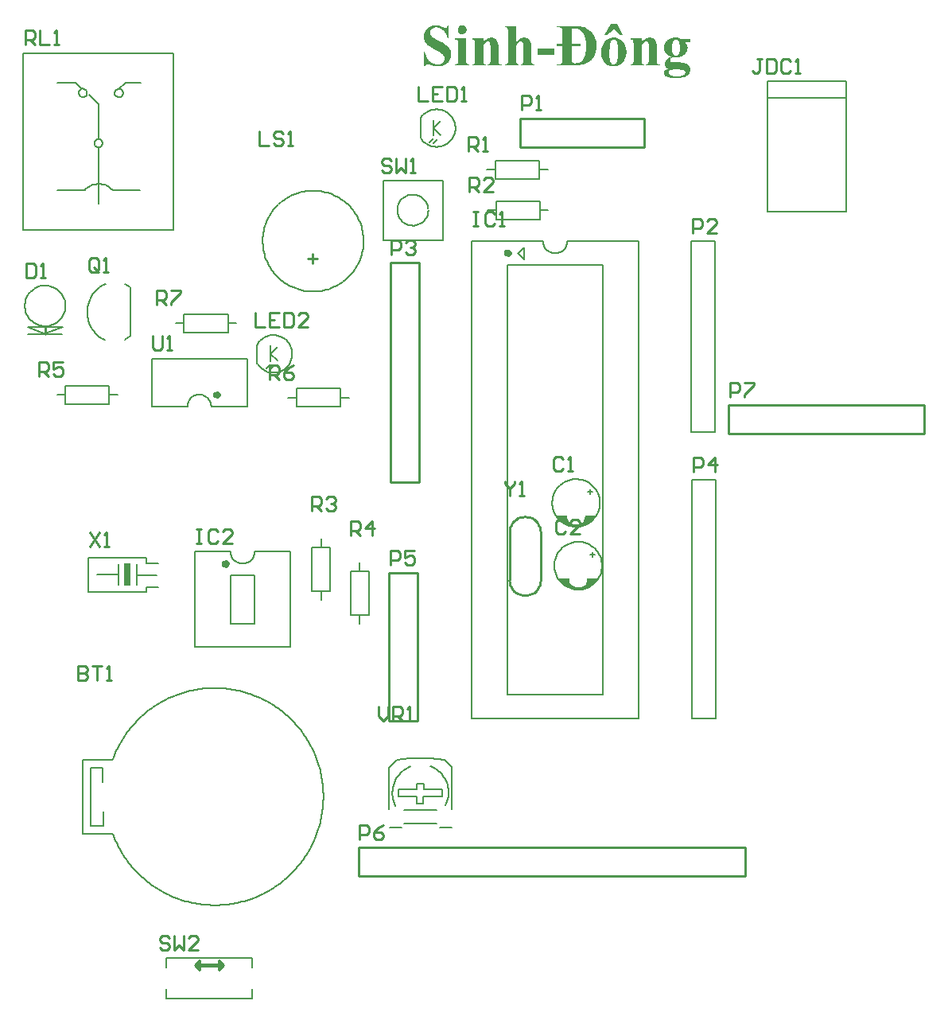
<source format=gto>
G04 Layer_Color=65535*
%FSLAX44Y44*%
%MOMM*%
G71*
G01*
G75*
%ADD37C,0.1778*%
%ADD38C,0.2032*%
%ADD39C,0.3810*%
%ADD40C,0.1780*%
%ADD41C,0.2540*%
%ADD42C,0.2000*%
%ADD43R,0.7366X2.3368*%
G36*
X707418Y1083764D02*
X708307Y1083559D01*
X709400Y1083354D01*
X710562Y1083013D01*
X711793Y1082534D01*
X713023Y1081851D01*
X713091D01*
X713160Y1081782D01*
X713570Y1081509D01*
X714117Y1081031D01*
X714868Y1080415D01*
X715620Y1079663D01*
X716441Y1078707D01*
X717261Y1077613D01*
X717944Y1076314D01*
Y1076246D01*
X718013Y1076178D01*
X718081Y1075972D01*
X718218Y1075699D01*
X718491Y1074947D01*
X718833Y1073990D01*
X719106Y1072828D01*
X719380Y1071530D01*
X719585Y1070094D01*
X719653Y1068522D01*
Y1068454D01*
Y1068249D01*
Y1067907D01*
X719585Y1067497D01*
Y1066950D01*
X719516Y1066335D01*
X719380Y1065651D01*
X719243Y1064968D01*
X718901Y1063327D01*
X718354Y1061619D01*
X717534Y1059910D01*
X717056Y1059090D01*
X716509Y1058269D01*
X716441Y1058201D01*
X716304Y1058064D01*
X716099Y1057791D01*
X715825Y1057518D01*
X715415Y1057107D01*
X715005Y1056697D01*
X714458Y1056219D01*
X713775Y1055809D01*
X713091Y1055330D01*
X712339Y1054852D01*
X711451Y1054442D01*
X710562Y1054032D01*
X709537Y1053758D01*
X708443Y1053485D01*
X707350Y1053348D01*
X706119Y1053280D01*
X705504D01*
X705026Y1053348D01*
X704479Y1053417D01*
X703864Y1053553D01*
X703180Y1053690D01*
X702429Y1053827D01*
X700856Y1054373D01*
X699968Y1054715D01*
X699148Y1055194D01*
X698327Y1055672D01*
X697576Y1056287D01*
X696824Y1056971D01*
X696140Y1057791D01*
X696072Y1057859D01*
X696003Y1057996D01*
X695798Y1058269D01*
X695593Y1058611D01*
X695320Y1059021D01*
X695046Y1059568D01*
X694705Y1060183D01*
X694431Y1060867D01*
X694090Y1061550D01*
X693748Y1062371D01*
X693201Y1064216D01*
X692791Y1066198D01*
X692723Y1067292D01*
X692654Y1068385D01*
Y1068454D01*
Y1068659D01*
Y1069001D01*
X692723Y1069411D01*
X692791Y1069958D01*
X692859Y1070573D01*
X692928Y1071325D01*
X693133Y1072076D01*
X693543Y1073785D01*
X694158Y1075562D01*
X694568Y1076519D01*
X695046Y1077408D01*
X695593Y1078296D01*
X696208Y1079185D01*
X696277Y1079253D01*
X696345Y1079390D01*
X696550Y1079595D01*
X696892Y1079937D01*
X697234Y1080279D01*
X697644Y1080689D01*
X698191Y1081099D01*
X698806Y1081509D01*
X699421Y1081919D01*
X700173Y1082398D01*
X700993Y1082739D01*
X701882Y1083081D01*
X702839Y1083423D01*
X703795Y1083628D01*
X704889Y1083764D01*
X706051Y1083833D01*
X706666D01*
X707418Y1083764D01*
D02*
G37*
G36*
X772899D02*
X773651Y1083696D01*
X774539Y1083559D01*
X775496Y1083286D01*
X776590Y1083013D01*
X777752Y1082602D01*
X787458D01*
Y1079185D01*
X781921D01*
X781990Y1079117D01*
X782195Y1078912D01*
X782400Y1078638D01*
X782741Y1078228D01*
X783425Y1077339D01*
X783767Y1076861D01*
X784040Y1076383D01*
X784108Y1076314D01*
X784177Y1076109D01*
X784313Y1075767D01*
X784450Y1075357D01*
X784587Y1074810D01*
X784655Y1074195D01*
X784792Y1073580D01*
Y1072897D01*
Y1072760D01*
Y1072350D01*
X784724Y1071803D01*
X784587Y1071051D01*
X784382Y1070231D01*
X784040Y1069342D01*
X783630Y1068454D01*
X783083Y1067565D01*
X783015Y1067497D01*
X782741Y1067224D01*
X782400Y1066813D01*
X781853Y1066266D01*
X781169Y1065720D01*
X780417Y1065105D01*
X779461Y1064558D01*
X778435Y1064011D01*
X778298Y1063943D01*
X777957Y1063806D01*
X777410Y1063601D01*
X776658Y1063396D01*
X775838Y1063191D01*
X774949Y1062986D01*
X774061Y1062849D01*
X773172Y1062781D01*
X772694D01*
X772215Y1062849D01*
X770643D01*
X770096Y1062917D01*
X769276D01*
X769003Y1062849D01*
X768661Y1062781D01*
X767909Y1062507D01*
X767567Y1062302D01*
X767157Y1061960D01*
X767089Y1061892D01*
X767020Y1061824D01*
X766884Y1061619D01*
X766747Y1061345D01*
X766405Y1060662D01*
X766337Y1060320D01*
X766269Y1059842D01*
Y1059773D01*
Y1059637D01*
X766337Y1059431D01*
X766405Y1059158D01*
X766610Y1058543D01*
X766815Y1058269D01*
X767089Y1057996D01*
X767157D01*
X767226Y1057859D01*
X767431Y1057791D01*
X767772Y1057654D01*
X768114Y1057518D01*
X768593Y1057449D01*
X769139Y1057312D01*
X769823D01*
X775223Y1057381D01*
X776248D01*
X776795Y1057312D01*
X777410D01*
X778777Y1057176D01*
X780281Y1057039D01*
X781716Y1056766D01*
X783015Y1056424D01*
X783630Y1056219D01*
X784108Y1055946D01*
X784177D01*
X784245Y1055877D01*
X784655Y1055604D01*
X785202Y1055125D01*
X785885Y1054510D01*
X786569Y1053622D01*
X787116Y1052596D01*
X787526Y1051366D01*
X787594Y1050682D01*
X787663Y1049931D01*
Y1049794D01*
Y1049452D01*
X787594Y1048974D01*
X787458Y1048359D01*
X787253Y1047607D01*
X786979Y1046786D01*
X786569Y1045966D01*
X786022Y1045146D01*
X785954Y1045078D01*
X785749Y1044804D01*
X785339Y1044394D01*
X784860Y1043984D01*
X784245Y1043437D01*
X783562Y1042959D01*
X782741Y1042412D01*
X781784Y1042002D01*
X781716D01*
X781579Y1041934D01*
X781374Y1041865D01*
X781101Y1041728D01*
X780691Y1041660D01*
X780281Y1041523D01*
X779734Y1041387D01*
X779119Y1041250D01*
X777820Y1040908D01*
X776248Y1040703D01*
X774471Y1040498D01*
X772557Y1040430D01*
X771873D01*
X771190Y1040498D01*
X770233Y1040566D01*
X769139Y1040635D01*
X767909Y1040771D01*
X766679Y1040976D01*
X765449Y1041250D01*
X765380D01*
X765312Y1041318D01*
X764902Y1041387D01*
X764355Y1041592D01*
X763671Y1041797D01*
X762168Y1042480D01*
X761484Y1042890D01*
X760869Y1043369D01*
X760801Y1043437D01*
X760664Y1043574D01*
X760459Y1043847D01*
X760185Y1044189D01*
X759707Y1045078D01*
X759570Y1045556D01*
X759502Y1046103D01*
Y1046171D01*
Y1046376D01*
X759570Y1046650D01*
X759639Y1046992D01*
X759775Y1047402D01*
X759912Y1047812D01*
X760185Y1048290D01*
X760527Y1048700D01*
X760595Y1048769D01*
X760732Y1048905D01*
X761006Y1049110D01*
X761416Y1049315D01*
X761963Y1049657D01*
X762646Y1049931D01*
X763466Y1050272D01*
X764492Y1050546D01*
X764423D01*
X764355Y1050614D01*
X764150Y1050751D01*
X763876Y1050888D01*
X763261Y1051366D01*
X762509Y1051981D01*
X761758Y1052733D01*
X761142Y1053690D01*
X760869Y1054237D01*
X760732Y1054783D01*
X760595Y1055399D01*
X760527Y1056014D01*
Y1056082D01*
Y1056356D01*
X760595Y1056766D01*
X760732Y1057312D01*
X760937Y1057928D01*
X761211Y1058611D01*
X761621Y1059363D01*
X762168Y1060115D01*
X762236Y1060183D01*
X762509Y1060457D01*
X762851Y1060867D01*
X763466Y1061345D01*
X764150Y1061892D01*
X765038Y1062507D01*
X766132Y1063054D01*
X767362Y1063669D01*
X767294D01*
X767157Y1063737D01*
X766952Y1063806D01*
X766679Y1063943D01*
X765927Y1064284D01*
X765038Y1064763D01*
X764081Y1065310D01*
X763056Y1065993D01*
X762168Y1066745D01*
X761347Y1067634D01*
X761279Y1067770D01*
X761074Y1068044D01*
X760732Y1068590D01*
X760459Y1069274D01*
X760117Y1070094D01*
X759775Y1071120D01*
X759570Y1072213D01*
X759502Y1073375D01*
Y1073443D01*
Y1073580D01*
Y1073785D01*
X759570Y1074059D01*
X759707Y1074879D01*
X759912Y1075904D01*
X760322Y1076998D01*
X760937Y1078228D01*
X761347Y1078843D01*
X761826Y1079527D01*
X762304Y1080073D01*
X762919Y1080689D01*
X762988Y1080757D01*
X763056Y1080825D01*
X763261Y1080962D01*
X763535Y1081167D01*
X763876Y1081441D01*
X764286Y1081714D01*
X765312Y1082261D01*
X766610Y1082808D01*
X768114Y1083354D01*
X769891Y1083696D01*
X770848Y1083833D01*
X772284D01*
X772899Y1083764D01*
D02*
G37*
G36*
X643168Y1065446D02*
X625191D01*
Y1071803D01*
X643168D01*
Y1065446D01*
D02*
G37*
G36*
X602362Y1079253D02*
X602499Y1079390D01*
X602772Y1079663D01*
X603182Y1080073D01*
X603797Y1080620D01*
X604413Y1081167D01*
X605164Y1081782D01*
X605916Y1082329D01*
X606668Y1082739D01*
X606736Y1082808D01*
X607010Y1082944D01*
X607420Y1083081D01*
X607898Y1083286D01*
X608514Y1083491D01*
X609266Y1083696D01*
X610017Y1083764D01*
X610769Y1083833D01*
X611248D01*
X611726Y1083764D01*
X612410Y1083628D01*
X613093Y1083423D01*
X613913Y1083149D01*
X614665Y1082808D01*
X615417Y1082261D01*
X615485Y1082192D01*
X615759Y1081987D01*
X616032Y1081646D01*
X616442Y1081236D01*
X616852Y1080689D01*
X617263Y1080073D01*
X617673Y1079322D01*
X617946Y1078570D01*
Y1078501D01*
X618083Y1078160D01*
X618151Y1077681D01*
X618288Y1076929D01*
X618425Y1075972D01*
X618493Y1074742D01*
X618630Y1073307D01*
Y1071598D01*
Y1060388D01*
Y1060320D01*
Y1060252D01*
Y1059842D01*
X618698Y1059295D01*
Y1058611D01*
X618766Y1057928D01*
X618903Y1057244D01*
X619040Y1056629D01*
X619245Y1056219D01*
X619381Y1056082D01*
X619518Y1055946D01*
X619792Y1055809D01*
X620133Y1055604D01*
X620544Y1055467D01*
X621090Y1055330D01*
X621774Y1055194D01*
Y1054100D01*
X607147D01*
Y1055194D01*
X607215D01*
X607420Y1055262D01*
X607693Y1055330D01*
X607967Y1055399D01*
X608719Y1055809D01*
X609061Y1056082D01*
X609402Y1056424D01*
Y1056492D01*
X609471Y1056629D01*
X609607Y1056834D01*
X609744Y1057244D01*
X609812Y1057723D01*
X609949Y1058475D01*
X610017Y1059295D01*
Y1060388D01*
Y1073238D01*
Y1073307D01*
Y1073375D01*
Y1073785D01*
Y1074400D01*
X609949Y1075152D01*
Y1075904D01*
X609881Y1076588D01*
X609812Y1077271D01*
X609676Y1077681D01*
Y1077750D01*
X609607Y1077818D01*
X609471Y1078228D01*
X609129Y1078707D01*
X608719Y1079117D01*
X608582Y1079185D01*
X608309Y1079390D01*
X607830Y1079595D01*
X607283Y1079663D01*
X607078D01*
X606805Y1079595D01*
X606531Y1079527D01*
X605711Y1079322D01*
X605301Y1079048D01*
X604823Y1078775D01*
X604754Y1078707D01*
X604618Y1078638D01*
X604413Y1078433D01*
X604071Y1078091D01*
X603729Y1077681D01*
X603319Y1077134D01*
X602840Y1076519D01*
X602362Y1075767D01*
Y1060388D01*
Y1060252D01*
Y1059910D01*
Y1059363D01*
X602430Y1058748D01*
Y1058064D01*
X602567Y1057449D01*
X602635Y1056902D01*
X602772Y1056492D01*
Y1056424D01*
X602909Y1056287D01*
X603046Y1056151D01*
X603319Y1055946D01*
X603661Y1055672D01*
X604071Y1055467D01*
X604618Y1055330D01*
X605233Y1055194D01*
Y1054100D01*
X590606D01*
Y1055194D01*
X590674D01*
X590879Y1055262D01*
X591221D01*
X591631Y1055399D01*
X592451Y1055740D01*
X592861Y1056014D01*
X593203Y1056356D01*
Y1056424D01*
X593271Y1056492D01*
X593408Y1056766D01*
X593476Y1057107D01*
X593613Y1057654D01*
X593681Y1058338D01*
X593750Y1059226D01*
Y1060388D01*
Y1089711D01*
Y1089779D01*
Y1089848D01*
Y1090258D01*
Y1090805D01*
X593681Y1091488D01*
X593613Y1092172D01*
X593476Y1092855D01*
X593340Y1093402D01*
X593135Y1093812D01*
Y1093880D01*
X592998Y1093949D01*
X592861Y1094086D01*
X592588Y1094291D01*
X592246Y1094427D01*
X591836Y1094632D01*
X591289Y1094769D01*
X590606Y1094906D01*
Y1095999D01*
X602362D01*
Y1079253D01*
D02*
G37*
G36*
X666407Y1095931D02*
X667159Y1095863D01*
X667979D01*
X668868Y1095726D01*
X670782Y1095521D01*
X672764Y1095111D01*
X674746Y1094632D01*
X676592Y1093949D01*
X676660D01*
X676865Y1093812D01*
X677138Y1093676D01*
X677549Y1093470D01*
X677959Y1093197D01*
X678505Y1092855D01*
X679736Y1092035D01*
X681103Y1091010D01*
X682538Y1089711D01*
X683905Y1088139D01*
X685067Y1086362D01*
X685136Y1086293D01*
X685204Y1086157D01*
X685341Y1085883D01*
X685546Y1085473D01*
X685751Y1084995D01*
X685956Y1084448D01*
X686229Y1083764D01*
X686503Y1083013D01*
X686776Y1082192D01*
X687049Y1081304D01*
X687459Y1079390D01*
X687801Y1077203D01*
X687938Y1074879D01*
Y1074810D01*
Y1074674D01*
Y1074469D01*
Y1074127D01*
X687870Y1073785D01*
Y1073307D01*
X687733Y1072213D01*
X687596Y1070983D01*
X687323Y1069616D01*
X686981Y1068180D01*
X686503Y1066745D01*
Y1066677D01*
X686434Y1066608D01*
X686366Y1066403D01*
X686229Y1066130D01*
X685956Y1065446D01*
X685477Y1064626D01*
X684999Y1063601D01*
X684315Y1062576D01*
X683632Y1061550D01*
X682812Y1060593D01*
X682743Y1060457D01*
X682402Y1060183D01*
X681923Y1059773D01*
X681308Y1059226D01*
X680556Y1058611D01*
X679667Y1057928D01*
X678710Y1057312D01*
X677617Y1056697D01*
X677480Y1056629D01*
X677070Y1056492D01*
X676455Y1056219D01*
X675635Y1055877D01*
X674609Y1055535D01*
X673379Y1055125D01*
X671944Y1054783D01*
X670440Y1054442D01*
X670372D01*
X670098Y1054373D01*
X669620Y1054305D01*
X669005D01*
X668184Y1054237D01*
X667159Y1054168D01*
X665997Y1054100D01*
X645834D01*
Y1055194D01*
X647816D01*
X648226Y1055262D01*
X649114Y1055399D01*
X649525Y1055535D01*
X649935Y1055740D01*
X650003D01*
X650071Y1055877D01*
X650481Y1056151D01*
X650960Y1056629D01*
X651370Y1057312D01*
Y1057381D01*
X651438Y1057449D01*
X651507Y1057723D01*
X651575Y1058064D01*
Y1058611D01*
X651643Y1059295D01*
X651712Y1060183D01*
Y1061277D01*
Y1075084D01*
X645765D01*
Y1077339D01*
X651712D01*
Y1088822D01*
Y1088891D01*
Y1088959D01*
Y1089369D01*
Y1089916D01*
X651643Y1090531D01*
Y1091215D01*
X651575Y1091898D01*
X651438Y1092445D01*
X651302Y1092855D01*
Y1092924D01*
X651233Y1092992D01*
X651028Y1093334D01*
X650550Y1093812D01*
X649935Y1094291D01*
X649866D01*
X649730Y1094359D01*
X649525Y1094496D01*
X649183Y1094632D01*
X648841Y1094701D01*
X648363Y1094837D01*
X647816Y1094906D01*
X645834D01*
Y1095999D01*
X665792D01*
X666407Y1095931D01*
D02*
G37*
G36*
X549185Y1060115D02*
Y1059978D01*
Y1059637D01*
X549253Y1059090D01*
Y1058406D01*
X549321Y1057723D01*
X549458Y1057107D01*
X549663Y1056492D01*
X549868Y1056082D01*
X549936D01*
X550005Y1055946D01*
X550210Y1055809D01*
X550483Y1055672D01*
X550825Y1055535D01*
X551372Y1055330D01*
X551919Y1055262D01*
X552671Y1055194D01*
Y1054100D01*
X537086D01*
Y1055194D01*
X537428D01*
X537770Y1055262D01*
X538180Y1055330D01*
X538590Y1055467D01*
X539069Y1055672D01*
X539547Y1055946D01*
X539889Y1056287D01*
Y1056356D01*
X540025Y1056424D01*
X540094Y1056697D01*
X540231Y1057039D01*
X540367Y1057518D01*
X540436Y1058201D01*
X540572Y1059021D01*
Y1060115D01*
Y1076929D01*
Y1076998D01*
Y1077066D01*
Y1077408D01*
X540504Y1077955D01*
Y1078570D01*
X540367Y1079253D01*
X540231Y1079868D01*
X540094Y1080415D01*
X539821Y1080825D01*
Y1080894D01*
X539684Y1080962D01*
X539479Y1081099D01*
X539205Y1081304D01*
X538864Y1081441D01*
X538385Y1081646D01*
X537770Y1081782D01*
X537086Y1081851D01*
Y1082944D01*
X549185D01*
Y1060115D01*
D02*
G37*
G36*
X576799Y1083764D02*
X577482Y1083628D01*
X578234Y1083423D01*
X578986Y1083149D01*
X579738Y1082808D01*
X580490Y1082261D01*
X580558Y1082192D01*
X580763Y1081987D01*
X581105Y1081646D01*
X581515Y1081167D01*
X581925Y1080620D01*
X582335Y1079937D01*
X582677Y1079185D01*
X582950Y1078365D01*
Y1078296D01*
X583019Y1078023D01*
X583155Y1077544D01*
X583224Y1076861D01*
X583360Y1075904D01*
X583429Y1074742D01*
Y1074059D01*
X583497Y1073307D01*
Y1072486D01*
Y1071598D01*
Y1060388D01*
Y1060320D01*
Y1060252D01*
Y1059842D01*
Y1059295D01*
X583565Y1058611D01*
X583634Y1057928D01*
X583702Y1057244D01*
X583839Y1056629D01*
X584044Y1056219D01*
X584180Y1056082D01*
X584317Y1055946D01*
X584591Y1055809D01*
X584932Y1055604D01*
X585411Y1055467D01*
X585958Y1055330D01*
X586641Y1055194D01*
Y1054100D01*
X572014D01*
Y1055194D01*
X572082D01*
X572287Y1055262D01*
X572561Y1055330D01*
X572903Y1055467D01*
X573723Y1055809D01*
X574064Y1056151D01*
X574338Y1056492D01*
Y1056561D01*
X574406Y1056697D01*
X574543Y1056902D01*
X574611Y1057312D01*
X574748Y1057791D01*
X574816Y1058475D01*
X574885Y1059363D01*
Y1060388D01*
Y1073238D01*
Y1073307D01*
Y1073375D01*
Y1073785D01*
Y1074400D01*
X574816Y1075084D01*
Y1075836D01*
X574748Y1076588D01*
X574680Y1077203D01*
X574543Y1077681D01*
Y1077750D01*
X574475Y1077818D01*
X574338Y1078228D01*
X573996Y1078707D01*
X573586Y1079117D01*
X573449Y1079185D01*
X573176Y1079390D01*
X572697Y1079595D01*
X572151Y1079663D01*
X572014D01*
X571672Y1079595D01*
X571194Y1079458D01*
X570510Y1079185D01*
X569758Y1078707D01*
X568938Y1078023D01*
X568528Y1077613D01*
X568118Y1077134D01*
X567640Y1076519D01*
X567229Y1075836D01*
Y1060388D01*
Y1060320D01*
Y1060252D01*
Y1059842D01*
Y1059295D01*
X567298Y1058611D01*
X567366Y1057928D01*
X567435Y1057244D01*
X567571Y1056629D01*
X567776Y1056219D01*
X567913Y1056082D01*
X568050Y1055946D01*
X568323Y1055809D01*
X568596Y1055604D01*
X569007Y1055467D01*
X569485Y1055330D01*
X570100Y1055194D01*
Y1054100D01*
X555473D01*
Y1055194D01*
X555541D01*
X555746Y1055262D01*
X556088D01*
X556498Y1055399D01*
X557318Y1055740D01*
X557729Y1056014D01*
X558070Y1056356D01*
Y1056424D01*
X558139Y1056492D01*
X558275Y1056766D01*
X558344Y1057107D01*
X558480Y1057654D01*
X558549Y1058338D01*
X558617Y1059226D01*
Y1060388D01*
Y1076656D01*
Y1076724D01*
Y1076793D01*
Y1077203D01*
Y1077750D01*
X558549Y1078433D01*
X558480Y1079117D01*
X558344Y1079800D01*
X558207Y1080347D01*
X558002Y1080757D01*
Y1080825D01*
X557865Y1080894D01*
X557729Y1081031D01*
X557455Y1081236D01*
X557113Y1081372D01*
X556703Y1081577D01*
X556157Y1081714D01*
X555473Y1081851D01*
Y1082944D01*
X567229D01*
Y1079185D01*
X567298Y1079322D01*
X567640Y1079595D01*
X568050Y1080005D01*
X568596Y1080552D01*
X569212Y1081099D01*
X569963Y1081646D01*
X570715Y1082192D01*
X571467Y1082671D01*
X571535Y1082739D01*
X571809Y1082876D01*
X572219Y1083013D01*
X572766Y1083286D01*
X573449Y1083491D01*
X574201Y1083628D01*
X575022Y1083764D01*
X575842Y1083833D01*
X576320D01*
X576799Y1083764D01*
D02*
G37*
G36*
X530661Y1083013D02*
X529363D01*
Y1083081D01*
X529294Y1083218D01*
X529226Y1083491D01*
X529158Y1083901D01*
X529021Y1084311D01*
X528884Y1084858D01*
X528474Y1086020D01*
X527859Y1087319D01*
X527107Y1088754D01*
X526082Y1090121D01*
X524920Y1091420D01*
X524851Y1091488D01*
X524783Y1091557D01*
X524578Y1091693D01*
X524305Y1091898D01*
X523621Y1092445D01*
X522664Y1093060D01*
X521571Y1093607D01*
X520272Y1094154D01*
X518837Y1094496D01*
X518085Y1094632D01*
X516786D01*
X516239Y1094564D01*
X515556Y1094427D01*
X514735Y1094222D01*
X513915Y1093880D01*
X513095Y1093470D01*
X512343Y1092924D01*
X512275Y1092855D01*
X512070Y1092650D01*
X511796Y1092240D01*
X511455Y1091830D01*
X511113Y1091215D01*
X510840Y1090531D01*
X510634Y1089848D01*
X510566Y1089028D01*
Y1088959D01*
Y1088822D01*
X510634Y1088549D01*
Y1088207D01*
X510840Y1087387D01*
X511181Y1086567D01*
X511250Y1086499D01*
X511386Y1086293D01*
X511591Y1086020D01*
X511865Y1085678D01*
X512275Y1085268D01*
X512753Y1084721D01*
X513368Y1084243D01*
X514052Y1083696D01*
X514120Y1083628D01*
X514394Y1083491D01*
X514804Y1083218D01*
X515487Y1082876D01*
X516376Y1082398D01*
X516923Y1082056D01*
X517538Y1081714D01*
X518221Y1081372D01*
X519042Y1080962D01*
X519862Y1080552D01*
X520819Y1080073D01*
X520887Y1080005D01*
X521161Y1079937D01*
X521502Y1079732D01*
X521981Y1079458D01*
X522596Y1079185D01*
X523279Y1078775D01*
X524851Y1077886D01*
X526492Y1076861D01*
X528132Y1075699D01*
X528884Y1075152D01*
X529568Y1074537D01*
X530183Y1073922D01*
X530730Y1073307D01*
Y1073238D01*
X530867Y1073170D01*
X530935Y1072965D01*
X531140Y1072760D01*
X531550Y1072076D01*
X532028Y1071188D01*
X532439Y1070094D01*
X532849Y1068864D01*
X533122Y1067429D01*
X533259Y1065925D01*
Y1065856D01*
Y1065720D01*
Y1065446D01*
X533190Y1065036D01*
X533122Y1064558D01*
X533054Y1064079D01*
X532780Y1062849D01*
X532234Y1061414D01*
X531960Y1060662D01*
X531550Y1059910D01*
X531072Y1059158D01*
X530525Y1058338D01*
X529910Y1057654D01*
X529158Y1056902D01*
X529089Y1056834D01*
X528953Y1056766D01*
X528748Y1056561D01*
X528406Y1056287D01*
X527996Y1056014D01*
X527517Y1055740D01*
X526970Y1055399D01*
X526355Y1055057D01*
X525603Y1054647D01*
X524851Y1054305D01*
X523074Y1053758D01*
X521024Y1053280D01*
X519930Y1053211D01*
X518768Y1053143D01*
X518016D01*
X517538Y1053211D01*
X516991D01*
X516376Y1053348D01*
X515009Y1053553D01*
X514941D01*
X514667Y1053622D01*
X514325Y1053758D01*
X513779Y1053895D01*
X513163Y1054100D01*
X512412Y1054305D01*
X511523Y1054647D01*
X510566Y1054989D01*
X510498D01*
X510361Y1055125D01*
X510088Y1055194D01*
X509746Y1055330D01*
X508926Y1055535D01*
X508174Y1055672D01*
X508037D01*
X507627Y1055604D01*
X507080Y1055399D01*
X506465Y1054989D01*
X506397D01*
X506328Y1054852D01*
X505987Y1054510D01*
X505508Y1053963D01*
X505030Y1053143D01*
X503936D01*
Y1068932D01*
X505030D01*
Y1068864D01*
X505098Y1068659D01*
X505166Y1068317D01*
X505303Y1067839D01*
X505440Y1067292D01*
X505645Y1066608D01*
X505918Y1065925D01*
X506192Y1065173D01*
X506875Y1063532D01*
X507764Y1061824D01*
X508857Y1060183D01*
X509541Y1059431D01*
X510224Y1058748D01*
X510293Y1058680D01*
X510429Y1058611D01*
X510634Y1058406D01*
X510908Y1058201D01*
X511250Y1057928D01*
X511728Y1057654D01*
X512753Y1057039D01*
X513984Y1056424D01*
X515419Y1055877D01*
X516991Y1055467D01*
X517811Y1055399D01*
X518632Y1055330D01*
X519178D01*
X519794Y1055399D01*
X520614Y1055535D01*
X521502Y1055809D01*
X522391Y1056082D01*
X523279Y1056561D01*
X524100Y1057176D01*
X524168Y1057244D01*
X524441Y1057518D01*
X524783Y1057928D01*
X525193Y1058475D01*
X525535Y1059090D01*
X525877Y1059842D01*
X526150Y1060662D01*
X526219Y1061550D01*
Y1061619D01*
Y1061824D01*
X526150Y1062097D01*
Y1062507D01*
X525877Y1063396D01*
X525672Y1063874D01*
X525398Y1064421D01*
X525330Y1064489D01*
X525262Y1064626D01*
X525057Y1064900D01*
X524783Y1065241D01*
X524441Y1065651D01*
X524031Y1066130D01*
X523484Y1066540D01*
X522938Y1067018D01*
X522869Y1067087D01*
X522664Y1067224D01*
X522254Y1067565D01*
X521639Y1067907D01*
X520887Y1068385D01*
X519862Y1068932D01*
X518700Y1069616D01*
X517265Y1070299D01*
X517196D01*
X516991Y1070436D01*
X516718Y1070573D01*
X516308Y1070778D01*
X515829Y1070983D01*
X515351Y1071325D01*
X514120Y1071940D01*
X512753Y1072692D01*
X511386Y1073512D01*
X510156Y1074332D01*
X509541Y1074674D01*
X509062Y1075084D01*
X508926Y1075152D01*
X508652Y1075426D01*
X508242Y1075836D01*
X507695Y1076383D01*
X507080Y1077066D01*
X506397Y1077818D01*
X505782Y1078638D01*
X505235Y1079527D01*
X505166Y1079663D01*
X505030Y1079937D01*
X504825Y1080484D01*
X504619Y1081099D01*
X504346Y1081919D01*
X504141Y1082808D01*
X504004Y1083833D01*
X503936Y1084858D01*
Y1084927D01*
Y1085063D01*
Y1085337D01*
X504004Y1085678D01*
X504073Y1086157D01*
X504141Y1086635D01*
X504414Y1087797D01*
X504825Y1089164D01*
X505440Y1090600D01*
X505850Y1091351D01*
X506397Y1092035D01*
X506944Y1092719D01*
X507559Y1093402D01*
X507627Y1093470D01*
X507764Y1093539D01*
X507969Y1093744D01*
X508242Y1093949D01*
X508584Y1094222D01*
X508994Y1094496D01*
X509541Y1094837D01*
X510088Y1095179D01*
X511455Y1095863D01*
X513027Y1096410D01*
X514804Y1096820D01*
X515761Y1096888D01*
X516786Y1096956D01*
X517538D01*
X518085Y1096888D01*
X518632Y1096820D01*
X519315Y1096751D01*
X520750Y1096410D01*
X520819D01*
X521024Y1096341D01*
X521297Y1096273D01*
X521707Y1096136D01*
X522254Y1095931D01*
X522801Y1095658D01*
X523484Y1095384D01*
X524236Y1095042D01*
X524305Y1094974D01*
X524578Y1094906D01*
X524920Y1094769D01*
X525398Y1094564D01*
X526355Y1094222D01*
X526834Y1094154D01*
X527175Y1094086D01*
X527312D01*
X527654Y1094154D01*
X528064Y1094291D01*
X528474Y1094564D01*
X528543Y1094701D01*
X528679Y1094837D01*
X528748Y1095042D01*
X528884Y1095384D01*
X529021Y1095794D01*
X529226Y1096273D01*
X529363Y1096956D01*
X530320D01*
X530661Y1083013D01*
D02*
G37*
G36*
X688340Y505714D02*
X683514Y501396D01*
X678434Y498348D01*
X670560Y496570D01*
X663448Y497078D01*
X657098Y498856D01*
X653288Y501142D01*
X650748Y503174D01*
X648462Y506222D01*
X646684Y508254D01*
X658622D01*
Y506476D01*
X659384Y503936D01*
X660400Y502412D01*
X662178Y500888D01*
X663956Y499618D01*
X665734Y498856D01*
X668274Y498602D01*
X670814Y498856D01*
X673100Y499618D01*
X675132Y500888D01*
X676402Y502666D01*
X677418Y505206D01*
X677926Y508254D01*
X689610D01*
X688340Y505714D01*
D02*
G37*
G36*
X686054Y572516D02*
X681228Y568198D01*
X676148Y565150D01*
X668274Y563372D01*
X661162Y563880D01*
X654812Y565658D01*
X651002Y567944D01*
X648462Y569976D01*
X646176Y573024D01*
X644398Y575056D01*
X656336D01*
Y573278D01*
X657098Y570738D01*
X658114Y569214D01*
X659892Y567690D01*
X661670Y566420D01*
X663448Y565658D01*
X665988Y565404D01*
X668528Y565658D01*
X670814Y566420D01*
X672846Y567690D01*
X674116Y569468D01*
X675132Y572008D01*
X675640Y575056D01*
X687324D01*
X686054Y572516D01*
D02*
G37*
G36*
X545562Y1096888D02*
X546040Y1096751D01*
X546519Y1096615D01*
X547134Y1096341D01*
X547681Y1095999D01*
X548228Y1095521D01*
X548296Y1095453D01*
X548433Y1095247D01*
X548706Y1094974D01*
X548980Y1094564D01*
X549185Y1094086D01*
X549458Y1093470D01*
X549595Y1092855D01*
X549663Y1092103D01*
Y1092035D01*
Y1091762D01*
X549595Y1091420D01*
X549458Y1090941D01*
X549321Y1090395D01*
X549048Y1089848D01*
X548706Y1089301D01*
X548228Y1088754D01*
X548159Y1088686D01*
X547954Y1088549D01*
X547681Y1088344D01*
X547271Y1088071D01*
X546792Y1087797D01*
X546177Y1087592D01*
X545562Y1087456D01*
X544810Y1087387D01*
X544468D01*
X544127Y1087456D01*
X543648Y1087592D01*
X543101Y1087729D01*
X542555Y1087934D01*
X542008Y1088276D01*
X541461Y1088754D01*
X541393Y1088822D01*
X541256Y1089028D01*
X541051Y1089301D01*
X540777Y1089711D01*
X540504Y1090190D01*
X540299Y1090736D01*
X540162Y1091420D01*
X540094Y1092103D01*
Y1092172D01*
Y1092445D01*
X540162Y1092787D01*
X540299Y1093265D01*
X540436Y1093812D01*
X540641Y1094359D01*
X540983Y1094974D01*
X541461Y1095521D01*
X541529Y1095589D01*
X541734Y1095726D01*
X542008Y1095999D01*
X542418Y1096273D01*
X542896Y1096478D01*
X543443Y1096751D01*
X544127Y1096888D01*
X544810Y1096956D01*
X545152D01*
X545562Y1096888D01*
D02*
G37*
G36*
X745422Y1083764D02*
X746105Y1083628D01*
X746857Y1083423D01*
X747609Y1083149D01*
X748361Y1082808D01*
X749112Y1082261D01*
X749181Y1082192D01*
X749386Y1081987D01*
X749728Y1081646D01*
X750138Y1081167D01*
X750548Y1080620D01*
X750958Y1079937D01*
X751300Y1079185D01*
X751573Y1078365D01*
Y1078296D01*
X751641Y1078023D01*
X751778Y1077544D01*
X751846Y1076861D01*
X751983Y1075904D01*
X752052Y1074742D01*
Y1074059D01*
X752120Y1073307D01*
Y1072486D01*
Y1071598D01*
Y1060388D01*
Y1060320D01*
Y1060252D01*
Y1059842D01*
Y1059295D01*
X752188Y1058611D01*
X752257Y1057928D01*
X752325Y1057244D01*
X752462Y1056629D01*
X752667Y1056219D01*
X752803Y1056082D01*
X752940Y1055946D01*
X753214Y1055809D01*
X753555Y1055604D01*
X754034Y1055467D01*
X754581Y1055330D01*
X755264Y1055194D01*
Y1054100D01*
X740637D01*
Y1055194D01*
X740705D01*
X740910Y1055262D01*
X741184Y1055330D01*
X741525Y1055467D01*
X742346Y1055809D01*
X742687Y1056151D01*
X742961Y1056492D01*
Y1056561D01*
X743029Y1056697D01*
X743166Y1056902D01*
X743234Y1057312D01*
X743371Y1057791D01*
X743439Y1058475D01*
X743508Y1059363D01*
Y1060388D01*
Y1073238D01*
Y1073307D01*
Y1073375D01*
Y1073785D01*
Y1074400D01*
X743439Y1075084D01*
Y1075836D01*
X743371Y1076588D01*
X743303Y1077203D01*
X743166Y1077681D01*
Y1077750D01*
X743098Y1077818D01*
X742961Y1078228D01*
X742619Y1078707D01*
X742209Y1079117D01*
X742072Y1079185D01*
X741799Y1079390D01*
X741320Y1079595D01*
X740774Y1079663D01*
X740637D01*
X740295Y1079595D01*
X739817Y1079458D01*
X739133Y1079185D01*
X738381Y1078707D01*
X737561Y1078023D01*
X737151Y1077613D01*
X736741Y1077134D01*
X736262Y1076519D01*
X735852Y1075836D01*
Y1060388D01*
Y1060320D01*
Y1060252D01*
Y1059842D01*
Y1059295D01*
X735921Y1058611D01*
X735989Y1057928D01*
X736057Y1057244D01*
X736194Y1056629D01*
X736399Y1056219D01*
X736536Y1056082D01*
X736673Y1055946D01*
X736946Y1055809D01*
X737219Y1055604D01*
X737629Y1055467D01*
X738108Y1055330D01*
X738723Y1055194D01*
Y1054100D01*
X724096D01*
Y1055194D01*
X724164D01*
X724369Y1055262D01*
X724711D01*
X725121Y1055399D01*
X725941Y1055740D01*
X726351Y1056014D01*
X726693Y1056356D01*
Y1056424D01*
X726762Y1056492D01*
X726898Y1056766D01*
X726967Y1057107D01*
X727103Y1057654D01*
X727172Y1058338D01*
X727240Y1059226D01*
Y1060388D01*
Y1076656D01*
Y1076724D01*
Y1076793D01*
Y1077203D01*
Y1077750D01*
X727172Y1078433D01*
X727103Y1079117D01*
X726967Y1079800D01*
X726830Y1080347D01*
X726625Y1080757D01*
Y1080825D01*
X726488Y1080894D01*
X726351Y1081031D01*
X726078Y1081236D01*
X725736Y1081372D01*
X725326Y1081577D01*
X724779Y1081714D01*
X724096Y1081851D01*
Y1082944D01*
X735852D01*
Y1079185D01*
X735921Y1079322D01*
X736262Y1079595D01*
X736673Y1080005D01*
X737219Y1080552D01*
X737834Y1081099D01*
X738586Y1081646D01*
X739338Y1082192D01*
X740090Y1082671D01*
X740158Y1082739D01*
X740432Y1082876D01*
X740842Y1083013D01*
X741389Y1083286D01*
X742072Y1083491D01*
X742824Y1083628D01*
X743644Y1083764D01*
X744465Y1083833D01*
X744943D01*
X745422Y1083764D01*
D02*
G37*
G36*
X715962Y1086362D02*
X713570D01*
X706256Y1092787D01*
X698669Y1086567D01*
X696208D01*
X702702Y1098187D01*
X709674D01*
X715962Y1086362D01*
D02*
G37*
%LPC*%
G36*
X706188Y1081714D02*
X705914D01*
X705641Y1081646D01*
X705231Y1081577D01*
X704821Y1081441D01*
X704342Y1081167D01*
X703932Y1080894D01*
X703454Y1080484D01*
X703385Y1080415D01*
X703249Y1080279D01*
X703112Y1079937D01*
X702839Y1079458D01*
X702634Y1078843D01*
X702360Y1078023D01*
X702155Y1076998D01*
X702018Y1075767D01*
Y1075699D01*
Y1075631D01*
Y1075426D01*
X701950Y1075152D01*
Y1074742D01*
X701882Y1074332D01*
Y1073854D01*
Y1073238D01*
X701813Y1072623D01*
Y1071871D01*
X701745Y1071051D01*
Y1070231D01*
X701677Y1069274D01*
Y1068249D01*
Y1066061D01*
Y1065993D01*
Y1065925D01*
Y1065515D01*
Y1064831D01*
X701745Y1064011D01*
Y1063054D01*
X701882Y1062029D01*
X702087Y1059842D01*
Y1059773D01*
X702155Y1059500D01*
X702223Y1059090D01*
X702429Y1058611D01*
X702839Y1057518D01*
X703180Y1056971D01*
X703522Y1056492D01*
X703590Y1056424D01*
X703727Y1056356D01*
X703932Y1056151D01*
X704274Y1055946D01*
X705026Y1055604D01*
X705504Y1055467D01*
X706051Y1055399D01*
X706256D01*
X706529Y1055467D01*
X706871D01*
X707623Y1055740D01*
X708033Y1055877D01*
X708375Y1056151D01*
X708443Y1056219D01*
X708580Y1056356D01*
X708785Y1056561D01*
X709059Y1056902D01*
X709332Y1057312D01*
X709537Y1057859D01*
X709810Y1058406D01*
X709947Y1059090D01*
Y1059158D01*
Y1059226D01*
X710015Y1059431D01*
X710084Y1059705D01*
Y1060047D01*
X710152Y1060525D01*
X710220Y1061003D01*
X710289Y1061687D01*
X710357Y1062439D01*
X710426Y1063259D01*
X710494Y1064284D01*
Y1065378D01*
X710562Y1066540D01*
X710631Y1067907D01*
Y1069342D01*
Y1070983D01*
Y1071051D01*
Y1071188D01*
Y1071461D01*
Y1071803D01*
Y1072281D01*
Y1072760D01*
X710562Y1073854D01*
X710494Y1075015D01*
X710357Y1076178D01*
X710220Y1077271D01*
X710152Y1077750D01*
X710015Y1078160D01*
Y1078228D01*
X709879Y1078501D01*
X709742Y1078843D01*
X709605Y1079253D01*
X709059Y1080210D01*
X708717Y1080620D01*
X708307Y1081031D01*
X708238D01*
X708170Y1081167D01*
X707965Y1081236D01*
X707760Y1081372D01*
X707076Y1081577D01*
X706188Y1081714D01*
D02*
G37*
G36*
X774129Y1049794D02*
X769549D01*
X768866Y1049725D01*
X768183Y1049657D01*
X767499Y1049589D01*
X766884Y1049452D01*
X766405Y1049315D01*
X766337Y1049247D01*
X766132Y1049110D01*
X765859Y1048905D01*
X765585Y1048632D01*
X765243Y1048290D01*
X764970Y1047812D01*
X764765Y1047333D01*
X764697Y1046718D01*
Y1046650D01*
Y1046445D01*
X764765Y1046171D01*
X764902Y1045761D01*
X765107Y1045351D01*
X765449Y1044873D01*
X765859Y1044326D01*
X766474Y1043847D01*
X766542Y1043779D01*
X766815Y1043642D01*
X767294Y1043437D01*
X768046Y1043232D01*
X769003Y1042959D01*
X770165Y1042754D01*
X770848Y1042685D01*
X771600Y1042617D01*
X772489Y1042549D01*
X774061D01*
X774881Y1042617D01*
X775838Y1042685D01*
X776932Y1042822D01*
X778025Y1043027D01*
X779119Y1043300D01*
X780144Y1043711D01*
X780281Y1043779D01*
X780554Y1043916D01*
X780896Y1044189D01*
X781374Y1044531D01*
X781853Y1045009D01*
X782195Y1045556D01*
X782468Y1046171D01*
X782605Y1046923D01*
Y1046992D01*
Y1047060D01*
X782536Y1047402D01*
X782400Y1047812D01*
X782126Y1048222D01*
X782058Y1048290D01*
X781990Y1048359D01*
X781784Y1048564D01*
X781511Y1048769D01*
X781169Y1048974D01*
X780691Y1049179D01*
X780212Y1049384D01*
X779597Y1049520D01*
X779529D01*
X779187Y1049589D01*
X778640D01*
X778298Y1049657D01*
X777273D01*
X776658Y1049725D01*
X775086D01*
X774129Y1049794D01*
D02*
G37*
G36*
X772420Y1081851D02*
X772147D01*
X771805Y1081782D01*
X771395Y1081646D01*
X770917Y1081372D01*
X770438Y1081099D01*
X769891Y1080620D01*
X769413Y1080005D01*
X769344Y1079937D01*
X769208Y1079663D01*
X769003Y1079117D01*
X768798Y1078433D01*
X768661Y1077955D01*
X768593Y1077408D01*
X768456Y1076793D01*
X768388Y1076109D01*
X768319Y1075357D01*
X768251Y1074537D01*
X768183Y1073580D01*
Y1072555D01*
Y1072486D01*
Y1072350D01*
Y1072145D01*
Y1071803D01*
X768251Y1071051D01*
X768319Y1070026D01*
X768456Y1069001D01*
X768661Y1067975D01*
X768934Y1067018D01*
X769344Y1066266D01*
X769413Y1066198D01*
X769549Y1065993D01*
X769823Y1065720D01*
X770165Y1065446D01*
X770575Y1065105D01*
X771053Y1064831D01*
X771600Y1064626D01*
X772215Y1064558D01*
X772557D01*
X772899Y1064626D01*
X773309Y1064763D01*
X773787Y1064968D01*
X774266Y1065241D01*
X774813Y1065651D01*
X775291Y1066198D01*
X775359Y1066266D01*
X775496Y1066540D01*
X775701Y1067018D01*
X775975Y1067702D01*
X776180Y1068590D01*
X776385Y1069753D01*
X776453Y1070368D01*
X776521Y1071120D01*
X776590Y1071940D01*
Y1072828D01*
Y1072897D01*
Y1073102D01*
Y1073375D01*
Y1073717D01*
X776521Y1074195D01*
Y1074674D01*
X776385Y1075836D01*
X776248Y1077066D01*
X775975Y1078365D01*
X775633Y1079458D01*
X775428Y1079937D01*
X775154Y1080347D01*
X775086Y1080415D01*
X774949Y1080552D01*
X774744Y1080825D01*
X774471Y1081099D01*
X774061Y1081372D01*
X773582Y1081646D01*
X773036Y1081782D01*
X772420Y1081851D01*
D02*
G37*
G36*
X663537Y1093607D02*
X661759D01*
X661691Y1077339D01*
X670987D01*
Y1075084D01*
X661691D01*
X661759Y1060935D01*
Y1060798D01*
Y1060525D01*
Y1060115D01*
Y1059568D01*
X661828Y1059021D01*
Y1058475D01*
X661896Y1058064D01*
X661964Y1057723D01*
X662033Y1057654D01*
X662169Y1057381D01*
X662443Y1057107D01*
X662785Y1056834D01*
X662853D01*
X662921Y1056766D01*
X663126Y1056697D01*
X663400Y1056629D01*
X663742Y1056561D01*
X664152Y1056492D01*
X665177Y1056424D01*
X665655D01*
X666066Y1056492D01*
X666476Y1056561D01*
X666954Y1056629D01*
X668116Y1056834D01*
X669415Y1057244D01*
X670713Y1057928D01*
X671329Y1058269D01*
X672012Y1058748D01*
X672559Y1059295D01*
X673106Y1059910D01*
X673174Y1059978D01*
X673242Y1060115D01*
X673447Y1060388D01*
X673652Y1060798D01*
X673994Y1061345D01*
X674268Y1061960D01*
X674609Y1062712D01*
X674951Y1063532D01*
X675293Y1064558D01*
X675635Y1065651D01*
X675976Y1066813D01*
X676250Y1068180D01*
X676455Y1069616D01*
X676660Y1071188D01*
X676728Y1072897D01*
X676797Y1074674D01*
Y1074742D01*
Y1075015D01*
Y1075426D01*
X676728Y1076041D01*
Y1076724D01*
X676660Y1077476D01*
X676592Y1078365D01*
X676455Y1079322D01*
X676181Y1081372D01*
X675703Y1083491D01*
X675088Y1085610D01*
X674678Y1086567D01*
X674199Y1087524D01*
Y1087592D01*
X674131Y1087661D01*
X673994Y1087866D01*
X673858Y1088139D01*
X673447Y1088822D01*
X672832Y1089574D01*
X672080Y1090463D01*
X671260Y1091283D01*
X670235Y1092035D01*
X669073Y1092650D01*
X669005Y1092719D01*
X668663Y1092787D01*
X668116Y1092992D01*
X667364Y1093129D01*
X666339Y1093334D01*
X665040Y1093470D01*
X663537Y1093607D01*
D02*
G37*
%LPD*%
D37*
X183846Y1024686D02*
X183128Y1027131D01*
X181203Y1028799D01*
X178680Y1029162D01*
X176362Y1028103D01*
X174985Y1025960D01*
Y1023412D01*
X176362Y1021268D01*
X178680Y1020209D01*
X181203Y1020572D01*
X183128Y1022241D01*
X183846Y1024686D01*
X145492Y1024940D02*
X144774Y1027385D01*
X142849Y1029053D01*
X140326Y1029416D01*
X138008Y1028357D01*
X136631Y1026214D01*
Y1023666D01*
X138008Y1021522D01*
X140326Y1020463D01*
X142849Y1020826D01*
X144774Y1022495D01*
X145492Y1024940D01*
X162256Y971346D02*
X161538Y973791D01*
X159613Y975459D01*
X157090Y975822D01*
X154773Y974763D01*
X153395Y972620D01*
Y970072D01*
X154773Y967928D01*
X157090Y966869D01*
X159613Y967232D01*
X161538Y968901D01*
X162256Y971346D01*
X172720Y921766D02*
X170851Y923451D01*
X168793Y924898D01*
X166575Y926086D01*
X164231Y926998D01*
X161793Y927622D01*
X159298Y927946D01*
X156782Y927968D01*
X154282Y927686D01*
X151834Y927105D01*
X149474Y926233D01*
X147236Y925083D01*
X145154Y923672D01*
X143256Y922020D01*
X277610Y690784D02*
X277442Y693316D01*
X276775Y695763D01*
X275634Y698029D01*
X274065Y700024D01*
X272132Y701666D01*
X269910Y702892D01*
X267489Y703651D01*
X264966Y703914D01*
X262440Y703670D01*
X260014Y702929D01*
X257783Y701721D01*
X255837Y700093D01*
X254253Y698110D01*
X253095Y695853D01*
X252409Y693410D01*
X252222Y690880D01*
X165361Y821929D02*
X163100Y820829D01*
X160930Y819560D01*
X158863Y818130D01*
X156910Y816546D01*
X155084Y814819D01*
X153394Y812958D01*
X151851Y810973D01*
X150463Y808877D01*
X149239Y806682D01*
X148186Y804399D01*
X147309Y802044D01*
X146613Y799628D01*
X146104Y797166D01*
X145783Y794673D01*
X145653Y792162D01*
X145714Y789649D01*
X145967Y787148D01*
X146408Y784673D01*
X147037Y782240D01*
X147849Y779861D01*
X148840Y777550D01*
X150004Y775322D01*
X151334Y773189D01*
X152822Y771163D01*
X154460Y769256D01*
X156238Y767479D01*
X158147Y765843D01*
X160174Y764357D01*
X162308Y763029D01*
X164538Y761867D01*
X693674Y521822D02*
X693548Y524351D01*
X693170Y526855D01*
X692546Y529309D01*
X691680Y531688D01*
X690581Y533970D01*
X689260Y536130D01*
X687731Y538149D01*
X686009Y540005D01*
X684111Y541680D01*
X682055Y543159D01*
X679862Y544425D01*
X677554Y545466D01*
X675153Y546273D01*
X672685Y546836D01*
X670172Y547151D01*
X667641Y547214D01*
X665116Y547025D01*
X662622Y546585D01*
X660184Y545899D01*
X657827Y544974D01*
X655574Y543819D01*
X653447Y542445D01*
X651467Y540866D01*
X649654Y539098D01*
X648027Y537159D01*
X646600Y535066D01*
X645389Y532843D01*
X644406Y530509D01*
X643659Y528090D01*
X643158Y525608D01*
X642906Y523088D01*
Y520556D01*
X643158Y518036D01*
X643659Y515554D01*
X644406Y513135D01*
X645389Y510801D01*
X646600Y508577D01*
X648027Y506485D01*
X649654Y504546D01*
X651467Y502777D01*
X653447Y501199D01*
X655574Y499825D01*
X657827Y498670D01*
X660184Y497745D01*
X662622Y497059D01*
X665116Y496619D01*
X667641Y496430D01*
X670172Y496493D01*
X672685Y496808D01*
X675153Y497371D01*
X677554Y498178D01*
X679862Y499219D01*
X682055Y500485D01*
X684111Y501963D01*
X686009Y503639D01*
X687731Y505495D01*
X689260Y507514D01*
X690581Y509674D01*
X691680Y511956D01*
X692546Y514335D01*
X693170Y516789D01*
X693548Y519293D01*
X693674Y521822D01*
X172957Y236229D02*
X173859Y233855D01*
X174813Y231502D01*
X175818Y229170D01*
X176875Y226861D01*
X177982Y224576D01*
X179139Y222316D01*
X180345Y220081D01*
X181600Y217874D01*
X182903Y215695D01*
X184254Y213545D01*
X185652Y211425D01*
X187096Y209336D01*
X188586Y207280D01*
X190120Y205256D01*
X191698Y203267D01*
X193320Y201313D01*
X194984Y199396D01*
X196691Y197515D01*
X198437Y195672D01*
X200224Y193868D01*
X202051Y192104D01*
X203915Y190380D01*
X205817Y188698D01*
X207756Y187057D01*
X209730Y185460D01*
X211738Y183907D01*
X213780Y182398D01*
X215855Y180934D01*
X217962Y179517D01*
X220099Y178145D01*
X222266Y176821D01*
X224461Y175546D01*
X226684Y174318D01*
X228934Y173140D01*
X231208Y172012D01*
X233507Y170933D01*
X235829Y169906D01*
X238173Y168929D01*
X240538Y168005D01*
X242923Y167132D01*
X245326Y166313D01*
X247747Y165546D01*
X250184Y164833D01*
X252636Y164173D01*
X255102Y163567D01*
X257581Y163016D01*
X260071Y162519D01*
X262571Y162077D01*
X265081Y161691D01*
X267599Y161359D01*
X270123Y161083D01*
X272652Y160862D01*
X275186Y160697D01*
X277723Y160588D01*
X280262Y160534D01*
X282801Y160536D01*
X285340Y160594D01*
X287877Y160708D01*
X290410Y160877D01*
X292939Y161102D01*
X295463Y161383D01*
X297980Y161719D01*
X300489Y162110D01*
X302989Y162556D01*
X305478Y163057D01*
X307956Y163613D01*
X310421Y164223D01*
X312872Y164887D01*
X315308Y165604D01*
X317727Y166375D01*
X320129Y167199D01*
X322512Y168076D01*
X324875Y169004D01*
X327218Y169984D01*
X329538Y171016D01*
X331835Y172098D01*
X334108Y173231D01*
X336355Y174413D01*
X338576Y175644D01*
X340769Y176924D01*
X342934Y178251D01*
X345069Y179626D01*
X347173Y181048D01*
X349245Y182515D01*
X351285Y184028D01*
X353291Y185584D01*
X355262Y187185D01*
X357198Y188829D01*
X359097Y190514D01*
X360959Y192241D01*
X362782Y194009D01*
X364566Y195816D01*
X366309Y197662D01*
X368012Y199545D01*
X369673Y201466D01*
X371292Y203423D01*
X372867Y205415D01*
X374397Y207440D01*
X375883Y209499D01*
X377324Y211591D01*
X378718Y213713D01*
X380065Y215865D01*
X381365Y218047D01*
X382616Y220257D01*
X383818Y222493D01*
X384971Y224756D01*
X386074Y227043D01*
X387127Y229354D01*
X388128Y231687D01*
X389078Y234042D01*
X389976Y236417D01*
X390822Y238811D01*
X391615Y241224D01*
X392354Y243653D01*
X393040Y246098D01*
X393672Y248557D01*
X394250Y251030D01*
X394774Y253514D01*
X395243Y256010D01*
X395657Y258515D01*
X396015Y261029D01*
X396319Y263550D01*
X396567Y266077D01*
X396759Y268609D01*
X396896Y271145D01*
X396977Y273683D01*
X397002Y276222D01*
X396971Y278761D01*
X396885Y281299D01*
X396743Y283834D01*
X396545Y286366D01*
X396292Y288892D01*
X395983Y291413D01*
X395619Y293926D01*
X395199Y296430D01*
X394725Y298925D01*
X394196Y301409D01*
X393613Y303880D01*
X392976Y306338D01*
X392284Y308781D01*
X391539Y311209D01*
X390742Y313619D01*
X389891Y316012D01*
X388988Y318385D01*
X388033Y320738D01*
X387026Y323069D01*
X385969Y325378D01*
X384861Y327663D01*
X383703Y329923D01*
X382496Y332156D01*
X381240Y334363D01*
X379935Y336542D01*
X378584Y338692D01*
X377185Y340811D01*
X375740Y342899D01*
X374250Y344955D01*
X372715Y346978D01*
X371135Y348966D01*
X369513Y350919D01*
X367848Y352836D01*
X366141Y354716D01*
X364393Y356558D01*
X362605Y358362D01*
X360778Y360125D01*
X358913Y361848D01*
X357010Y363530D01*
X355071Y365169D01*
X353096Y366766D01*
X351087Y368318D01*
X349044Y369826D01*
X346969Y371289D01*
X344861Y372706D01*
X342724Y374076D01*
X340556Y375399D01*
X338360Y376674D01*
X336137Y377901D01*
X333887Y379078D01*
X331612Y380206D01*
X329312Y381283D01*
X326990Y382310D01*
X324645Y383285D01*
X322280Y384208D01*
X319895Y385080D01*
X317491Y385899D01*
X315070Y386664D01*
X312633Y387377D01*
X310180Y388035D01*
X307714Y388640D01*
X305235Y389190D01*
X302745Y389686D01*
X300244Y390127D01*
X297734Y390512D01*
X295217Y390843D01*
X292693Y391118D01*
X290163Y391338D01*
X287629Y391502D01*
X285092Y391610D01*
X282553Y391663D01*
X280014Y391659D01*
X277475Y391600D01*
X274939Y391485D01*
X272405Y391315D01*
X269876Y391089D01*
X267352Y390807D01*
X264835Y390470D01*
X262327Y390078D01*
X259827Y389631D01*
X257338Y389128D01*
X254860Y388572D01*
X252396Y387961D01*
X249945Y387296D01*
X247510Y386577D01*
X245091Y385805D01*
X242689Y384981D01*
X240306Y384103D01*
X237943Y383173D01*
X235601Y382192D01*
X233281Y381160D01*
X230985Y380076D01*
X228712Y378943D01*
X226466Y377760D01*
X224245Y376528D01*
X222053Y375247D01*
X219889Y373918D01*
X217754Y372543D01*
X215651Y371120D01*
X213579Y369652D01*
X211540Y368139D01*
X209535Y366581D01*
X207564Y364980D01*
X205629Y363335D01*
X203731Y361649D01*
X201870Y359921D01*
X200047Y358153D01*
X198264Y356345D01*
X196521Y354498D01*
X194819Y352614D01*
X193159Y350692D01*
X191542Y348735D01*
X189967Y346743D01*
X188438Y344716D01*
X186952Y342656D01*
X185513Y340565D01*
X184120Y338442D01*
X182773Y336289D01*
X181475Y334106D01*
X180224Y331896D01*
X179023Y329659D01*
X177871Y327397D01*
X176769Y325109D01*
X175717Y322798D01*
X174717Y320464D01*
X173768Y318108D01*
X172873Y315739D01*
X691388Y588624D02*
X691262Y591153D01*
X690884Y593657D01*
X690260Y596111D01*
X689393Y598490D01*
X688295Y600772D01*
X686974Y602932D01*
X685445Y604951D01*
X683723Y606807D01*
X681825Y608483D01*
X679769Y609961D01*
X677576Y611227D01*
X675268Y612268D01*
X672867Y613075D01*
X670399Y613638D01*
X667886Y613953D01*
X665355Y614016D01*
X662830Y613827D01*
X660336Y613387D01*
X657898Y612701D01*
X655541Y611776D01*
X653288Y610621D01*
X651161Y609247D01*
X649181Y607668D01*
X647368Y605900D01*
X645741Y603960D01*
X644314Y601868D01*
X643103Y599645D01*
X642120Y597311D01*
X641373Y594892D01*
X640872Y592410D01*
X640620Y589890D01*
Y587358D01*
X640872Y584838D01*
X641373Y582356D01*
X642120Y579937D01*
X643103Y577603D01*
X644314Y575379D01*
X645741Y573287D01*
X647368Y571348D01*
X649181Y569580D01*
X651161Y568001D01*
X653288Y566627D01*
X655541Y565472D01*
X657898Y564547D01*
X660336Y563861D01*
X662830Y563421D01*
X665355Y563232D01*
X667886Y563295D01*
X670399Y563610D01*
X672867Y564173D01*
X675268Y564980D01*
X677576Y566021D01*
X679769Y567287D01*
X681825Y568765D01*
X683723Y570441D01*
X685445Y572297D01*
X686974Y574316D01*
X688295Y576476D01*
X689393Y578758D01*
X690260Y581137D01*
X690884Y583591D01*
X691262Y586095D01*
X691388Y588624D01*
X298462Y537052D02*
X298629Y534520D01*
X299297Y532073D01*
X300438Y529807D01*
X302007Y527812D01*
X303940Y526170D01*
X306162Y524944D01*
X308583Y524185D01*
X311106Y523922D01*
X313632Y524166D01*
X316058Y524907D01*
X318289Y526115D01*
X320235Y527743D01*
X321819Y529726D01*
X322977Y531983D01*
X323663Y534426D01*
X323850Y536956D01*
X508672Y902274D02*
X508157Y904760D01*
X507267Y907137D01*
X506023Y909349D01*
X504454Y911345D01*
X502598Y913077D01*
X500499Y914504D01*
X498206Y915592D01*
X495773Y916316D01*
X493258Y916658D01*
X490720Y916611D01*
X488219Y916175D01*
X485815Y915361D01*
X483564Y914188D01*
X481520Y912684D01*
X479729Y910884D01*
X478237Y908832D01*
X477076Y906574D01*
X476275Y904166D01*
X475853Y901663D01*
X475819Y899125D01*
X476175Y896611D01*
X476912Y894183D01*
X478013Y891895D01*
X479451Y889804D01*
X481192Y887957D01*
X483196Y886400D01*
X485416Y885168D01*
X487798Y884290D01*
X490286Y883789D01*
X492822Y883674D01*
X495345Y883950D01*
X497796Y884609D01*
X500117Y885636D01*
X502254Y887007D01*
X504155Y888689D01*
X505775Y890643D01*
X507077Y892822D01*
X508030Y895174D01*
X508611Y897645D01*
X508806Y900176D01*
X631202Y867252D02*
X631370Y864721D01*
X632037Y862273D01*
X633178Y860007D01*
X634747Y858012D01*
X636680Y856370D01*
X638902Y855144D01*
X641323Y854385D01*
X643846Y854122D01*
X646372Y854366D01*
X648798Y855107D01*
X651029Y856316D01*
X652975Y857943D01*
X654559Y859926D01*
X655717Y862183D01*
X656403Y864626D01*
X656590Y867156D01*
X489738Y308127D02*
X487416Y307129D01*
X485187Y305939D01*
X483066Y304565D01*
X481069Y303017D01*
X479209Y301306D01*
X477500Y299444D01*
X475955Y297445D01*
X474583Y295322D01*
X473396Y293091D01*
X472401Y290768D01*
X471606Y288369D01*
X471016Y285912D01*
X470636Y283413D01*
X470467Y280892D01*
X470513Y278365D01*
X470771Y275851D01*
X471240Y273368D01*
X471917Y270933D01*
X472798Y268564D01*
X473875Y266278D01*
X526885Y266532D02*
X527962Y268818D01*
X528843Y271187D01*
X529520Y273622D01*
X529989Y276105D01*
X530247Y278619D01*
X530293Y281146D01*
X530124Y283668D01*
X529744Y286166D01*
X529154Y288623D01*
X528359Y291022D01*
X527364Y293345D01*
X526177Y295576D01*
X524805Y297699D01*
X523260Y299698D01*
X521551Y301560D01*
X519691Y303271D01*
X517694Y304819D01*
X515573Y306193D01*
X513343Y307383D01*
X511022Y308381D01*
X157988Y907034D02*
Y966216D01*
X77724Y1066800D02*
X237744D01*
X77724Y878840D02*
X237744D01*
Y1066800D01*
X77724Y878840D02*
Y1066800D01*
X113538Y1036066D02*
X132842D01*
X139446Y1029462D01*
X186182Y1036066D02*
X202946D01*
X179324Y1029208D02*
X186182Y1036066D01*
X157734Y976376D02*
Y1012698D01*
X147828Y1022604D02*
X157734Y1012698D01*
X172974Y921512D02*
X201676D01*
X114046Y921766D02*
X143002D01*
X169164Y703580D02*
X178054D01*
X122174Y693928D02*
X169164D01*
X113538Y703580D02*
X122174D01*
Y713232D02*
X169164D01*
X122174Y693928D02*
Y713232D01*
X169164Y693928D02*
Y713232D01*
X214122Y690880D02*
Y741680D01*
X315722D01*
Y690880D02*
Y741680D01*
X214122Y690880D02*
X251968D01*
X277622D02*
X315722D01*
X415290Y700532D02*
X424180D01*
X368300Y690880D02*
X415290D01*
X359664Y700532D02*
X368300D01*
Y710184D02*
X415290D01*
X368300Y690880D02*
Y710184D01*
X415290Y690880D02*
Y710184D01*
X192024Y766572D02*
Y818134D01*
X185420Y821436D02*
X192024Y818134D01*
X185734Y762168D02*
X192024Y766572D01*
X336550Y731774D02*
X340868Y736092D01*
X340614Y731012D02*
X344932Y735330D01*
X326665Y737149D02*
Y757263D01*
X340614Y747268D02*
X347980Y739902D01*
X340614Y747268D02*
X347980Y754634D01*
X340614Y739140D02*
Y755904D01*
X239522Y779780D02*
X248412D01*
Y789432D02*
X295402D01*
Y779780D02*
X304038D01*
X248412Y770128D02*
X295402D01*
Y789432D01*
X248412Y770128D02*
Y789432D01*
X683514Y531114D02*
Y536194D01*
X680974Y533654D02*
X686054D01*
X156464Y512064D02*
X178308D01*
X178562Y501396D02*
Y523240D01*
X198120Y501396D02*
Y523240D01*
Y511810D02*
X219964D01*
X208788Y524256D02*
Y530606D01*
X146558D02*
X208788D01*
X146558Y493776D02*
Y530606D01*
Y493776D02*
X208788D01*
Y498856D01*
Y524256D02*
X221488D01*
X208788Y498856D02*
X221488D01*
X140462Y236728D02*
X172957D01*
X140462D02*
Y315468D01*
X172549D01*
X162306Y291084D02*
Y306832D01*
X149098D02*
X162306D01*
X149098Y244602D02*
Y306832D01*
Y244602D02*
X162560D01*
Y260096D01*
X681228Y597916D02*
Y602996D01*
X678688Y600456D02*
X683768D01*
X260350Y536956D02*
X298450D01*
X324104D02*
X361950D01*
X260350Y435356D02*
Y536956D01*
Y435356D02*
X361950D01*
Y536956D01*
X298450Y460248D02*
X323850D01*
X298450D02*
Y511302D01*
X323850D01*
Y460248D02*
Y511302D01*
X384810Y494538D02*
X404114D01*
X384810Y541528D02*
X404114D01*
Y494538D02*
Y541528D01*
X394462D02*
Y550164D01*
X384810Y494538D02*
Y541528D01*
X394462Y485648D02*
Y494538D01*
X426212Y469138D02*
X445516D01*
X426212Y516128D02*
X445516D01*
Y469138D02*
Y516128D01*
X435864D02*
Y524764D01*
X426212Y469138D02*
Y516128D01*
X435864Y460248D02*
Y469138D01*
X460756Y868426D02*
Y931926D01*
Y868426D02*
X524256D01*
Y931926D01*
X460756D02*
X524256D01*
X610616Y860298D02*
Y860552D01*
X604520Y854202D02*
X610616Y860298D01*
X604266Y854202D02*
X604520D01*
X604266D02*
X610362Y848106D01*
X610870D01*
X610616Y848360D02*
X610870Y848106D01*
X610616Y848360D02*
Y860552D01*
X732536Y359156D02*
Y867156D01*
X554736Y359156D02*
X732536D01*
X554736D02*
Y867156D01*
X656844D02*
X732536D01*
X554736D02*
X631190D01*
X592836Y384556D02*
Y841756D01*
Y384556D02*
X694436D01*
Y841756D01*
X592836D02*
X694436D01*
X580898Y890270D02*
Y909574D01*
X627888Y890270D02*
Y909574D01*
X580898Y890270D02*
X627888D01*
Y899922D02*
X636524D01*
X580898Y909574D02*
X627888D01*
X572008Y899922D02*
X580898D01*
X514350Y979424D02*
Y996188D01*
Y987552D02*
X521716Y994918D01*
X514350Y987552D02*
X521716Y980186D01*
X500401Y977433D02*
Y997547D01*
X514350Y971296D02*
X518668Y975614D01*
X510286Y972058D02*
X514604Y976376D01*
X869696Y1019556D02*
X953516D01*
X869696Y898906D02*
Y1037336D01*
X953516Y898906D02*
Y1037336D01*
X869696Y898906D02*
X953516D01*
X869696Y1037336D02*
X953516D01*
X580136Y933450D02*
Y952754D01*
X627126Y933450D02*
Y952754D01*
X580136Y933450D02*
X627126D01*
Y943102D02*
X635762D01*
X580136Y952754D02*
X627126D01*
X571246Y943102D02*
X580136D01*
X477266Y283464D02*
X496824D01*
Y290068D01*
X503682D01*
Y283718D02*
Y290068D01*
Y283718D02*
X523748D01*
Y276352D02*
Y283718D01*
X503428Y276352D02*
X523748D01*
X503428Y268986D02*
Y276352D01*
X496570Y268986D02*
X503428D01*
X496570D02*
Y276606D01*
X477012D02*
X496570D01*
X477012D02*
Y283464D01*
X483108Y262128D02*
X517398D01*
X510921Y317246D02*
X525780Y314960D01*
X533400Y307340D01*
Y262890D02*
Y307340D01*
X482854Y247142D02*
X517652D01*
X467106Y262636D02*
Y307086D01*
X474980Y314960D01*
X488696Y317246D01*
X510921D01*
X520700Y243586D02*
X533654D01*
X467614D02*
X480568D01*
X320802Y60960D02*
Y71120D01*
Y93980D02*
Y104140D01*
X229362Y93980D02*
Y104140D01*
Y60960D02*
Y71120D01*
Y104140D02*
X320802D01*
X229362Y60960D02*
X320802D01*
D38*
X122428Y798322D02*
X122276Y800875D01*
X121824Y803393D01*
X121077Y805840D01*
X120046Y808181D01*
X118745Y810383D01*
X117193Y812416D01*
X115411Y814252D01*
X113425Y815864D01*
X111262Y817229D01*
X108952Y818329D01*
X106529Y819148D01*
X104026Y819675D01*
X101478Y819902D01*
X98921Y819827D01*
X96391Y819449D01*
X93923Y818775D01*
X91553Y817813D01*
X89313Y816578D01*
X87234Y815087D01*
X85347Y813361D01*
X83677Y811423D01*
X82248Y809301D01*
X81080Y807025D01*
X80189Y804628D01*
X79588Y802141D01*
X79286Y799601D01*
Y797043D01*
X79588Y794503D01*
X80189Y792017D01*
X81080Y789619D01*
X82248Y787343D01*
X83677Y785221D01*
X85347Y783283D01*
X87234Y781557D01*
X89313Y780066D01*
X91553Y778831D01*
X93923Y777869D01*
X96391Y777195D01*
X98921Y776817D01*
X101478Y776741D01*
X104026Y776969D01*
X106529Y777495D01*
X108952Y778315D01*
X111261Y779415D01*
X113425Y780780D01*
X115411Y782392D01*
X117193Y784228D01*
X118745Y786261D01*
X120046Y788463D01*
X121077Y790804D01*
X121824Y793251D01*
X122276Y795768D01*
X122428Y798322D01*
X349378Y906299D02*
X347576Y904521D01*
X345860Y902660D01*
X344233Y900720D01*
X342700Y898706D01*
X341264Y896621D01*
X339927Y894471D01*
X338693Y892261D01*
X337565Y889995D01*
X336545Y887678D01*
X335635Y885316D01*
X334838Y882913D01*
X334155Y880475D01*
X333587Y878008D01*
X333137Y875518D01*
X332804Y873008D01*
X332590Y870486D01*
X332496Y867956D01*
X332520Y865425D01*
X332664Y862897D01*
X332928Y860379D01*
X333309Y857877D01*
X333808Y855395D01*
X334424Y852940D01*
X335154Y850516D01*
X335998Y848129D01*
X336954Y845785D01*
X338019Y843489D01*
X339191Y841245D01*
X340468Y839059D01*
X341846Y836936D01*
X343323Y834880D01*
X344896Y832896D01*
X346560Y830988D01*
X348312Y829161D01*
X350148Y827419D01*
X352065Y825765D01*
X354057Y824203D01*
X356121Y822737D01*
X358251Y821370D01*
X360444Y820105D01*
X362694Y818945D01*
X364996Y817892D01*
X367345Y816949D01*
X369736Y816117D01*
X372164Y815400D01*
X374622Y814797D01*
X377107Y814311D01*
X379611Y813943D01*
X382131Y813694D01*
X384659Y813563D01*
X387190Y813552D01*
X389719Y813660D01*
X392240Y813887D01*
X394748Y814233D01*
X397237Y814697D01*
X399701Y815277D01*
X402135Y815973D01*
X404533Y816784D01*
X406890Y817706D01*
X409202Y818738D01*
X411462Y819878D01*
X413666Y821124D01*
X415808Y822472D01*
X417885Y823920D01*
X419891Y825464D01*
X421822Y827100D01*
X423674Y828826D01*
X425443Y830638D01*
X427123Y832531D01*
X428713Y834501D01*
X430209Y836543D01*
X431606Y838654D01*
X432902Y840829D01*
X434094Y843062D01*
X435179Y845349D01*
X436156Y847684D01*
X437021Y850063D01*
X437773Y852480D01*
X438411Y854930D01*
X438932Y857408D01*
X439336Y859907D01*
X439621Y862422D01*
X439787Y864948D01*
X439835Y867479D01*
X439762Y870009D01*
X439571Y872534D01*
X439261Y875046D01*
X438833Y877541D01*
X438287Y880013D01*
X437626Y882457D01*
X436850Y884866D01*
X435961Y887236D01*
X434962Y889562D01*
X433853Y891838D01*
X432639Y894060D01*
X431322Y896221D01*
X429904Y898318D01*
X428389Y900346D01*
X426779Y902300D01*
X425080Y904176D01*
X423294Y905970D01*
X421425Y907678D01*
X419478Y909296D01*
X417457Y910820D01*
X415366Y912247D01*
X413210Y913574D01*
X410994Y914797D01*
X408723Y915915D01*
X406401Y916925D01*
X404035Y917824D01*
X401628Y918610D01*
X399188Y919282D01*
X396718Y919839D01*
X394225Y920278D01*
X391714Y920599D01*
X389191Y920801D01*
X386661Y920884D01*
X384130Y920848D01*
X381603Y920693D01*
X379086Y920418D01*
X376586Y920025D01*
X374106Y919515D01*
X371653Y918888D01*
X369233Y918147D01*
X366850Y917292D01*
X364510Y916325D01*
X362219Y915250D01*
X359981Y914067D01*
X357800Y912781D01*
X355684Y911393D01*
X353634Y909906D01*
X351657Y908325D01*
X349758Y906653D01*
X82296Y768096D02*
X119126D01*
X82550Y775716D02*
X119380D01*
X101346Y768604D02*
X119634Y775970D01*
X82550Y775716D02*
X100838Y768350D01*
D39*
X285496Y703834D02*
X284092Y705767D01*
X281820Y705028D01*
Y702640D01*
X284092Y701901D01*
X285496Y703834D01*
X294640Y524002D02*
X293236Y525935D01*
X290964Y525196D01*
Y522808D01*
X293236Y522069D01*
X294640Y524002D01*
X595376Y854710D02*
X593972Y856643D01*
X591700Y855904D01*
Y853516D01*
X593972Y852777D01*
X595376Y854710D01*
X262382Y96520D02*
X287782D01*
D40*
X326716Y737061D02*
X328140Y734953D01*
X329820Y733043D01*
X331729Y731361D01*
X333836Y729936D01*
X336107Y728789D01*
X338505Y727940D01*
X340991Y727402D01*
X343526Y727184D01*
X346068Y727290D01*
X348575Y727717D01*
X351008Y728460D01*
X353328Y729505D01*
X355496Y730836D01*
X357477Y732432D01*
X359240Y734266D01*
X360755Y736309D01*
X362000Y738528D01*
X362952Y740887D01*
X363597Y743347D01*
X363925Y745870D01*
X363929Y748414D01*
X363611Y750938D01*
X362975Y753401D01*
X362032Y755763D01*
X360796Y757987D01*
X359288Y760036D01*
X357532Y761877D01*
X355557Y763480D01*
X353394Y764819D01*
X351079Y765873D01*
X348648Y766624D01*
X346142Y767061D01*
X343601Y767176D01*
X341065Y766968D01*
X338577Y766439D01*
X336176Y765599D01*
X333901Y764461D01*
X331788Y763044D01*
X329873Y761369D01*
X328186Y759465D01*
X326754Y757363D01*
X500452Y977345D02*
X501876Y975237D01*
X503556Y973327D01*
X505465Y971645D01*
X507572Y970220D01*
X509843Y969073D01*
X512241Y968224D01*
X514727Y967686D01*
X517262Y967468D01*
X519804Y967574D01*
X522311Y968001D01*
X524744Y968744D01*
X527064Y969789D01*
X529232Y971120D01*
X531213Y972716D01*
X532976Y974550D01*
X534491Y976593D01*
X535736Y978812D01*
X536688Y981171D01*
X537333Y983631D01*
X537661Y986154D01*
X537665Y988698D01*
X537347Y991222D01*
X536711Y993685D01*
X535768Y996047D01*
X534532Y998271D01*
X533024Y1000320D01*
X531268Y1002160D01*
X529293Y1003764D01*
X527130Y1005103D01*
X524815Y1006157D01*
X522384Y1006908D01*
X519878Y1007345D01*
X517337Y1007460D01*
X514801Y1007252D01*
X512313Y1006723D01*
X509912Y1005883D01*
X507637Y1004745D01*
X505524Y1003327D01*
X503609Y1001653D01*
X501922Y999749D01*
X500490Y997647D01*
D41*
X628142Y557530D02*
X627939Y560113D01*
X627334Y562632D01*
X626343Y565025D01*
X624989Y567234D01*
X623306Y569204D01*
X621336Y570887D01*
X619127Y572240D01*
X616734Y573232D01*
X614215Y573837D01*
X611632Y574040D01*
X609049Y573837D01*
X606530Y573232D01*
X604137Y572240D01*
X601928Y570887D01*
X599958Y569204D01*
X598275Y567234D01*
X596922Y565025D01*
X595930Y562632D01*
X595325Y560113D01*
X595122Y557530D01*
X595073Y506730D02*
X595277Y504140D01*
X595884Y501613D01*
X596878Y499212D01*
X598236Y496997D01*
X599923Y495021D01*
X601899Y493334D01*
X604114Y491976D01*
X606515Y490982D01*
X609042Y490375D01*
X611632Y490171D01*
X614222Y490375D01*
X616749Y490982D01*
X619150Y491976D01*
X621365Y493334D01*
X623341Y495021D01*
X625028Y496997D01*
X626386Y499212D01*
X627380Y501613D01*
X627987Y504140D01*
X628191Y506730D01*
X100838Y768350D02*
Y776224D01*
X845820Y191262D02*
Y221742D01*
X434340Y191262D02*
X845820D01*
X434340D02*
Y221742D01*
X845820D01*
X828548Y692404D02*
X1036828D01*
X828548Y661924D02*
Y692404D01*
Y661924D02*
X1036828D01*
Y692404D01*
X595122Y506730D02*
Y557530D01*
X628142Y506730D02*
Y557530D01*
X467106Y356616D02*
Y514096D01*
Y356616D02*
X497586D01*
Y514096D01*
X467106D02*
X497586D01*
X468630Y610616D02*
Y844296D01*
Y610616D02*
X499110D01*
Y844296D01*
X468630D02*
X499110D01*
X606552Y997966D02*
X738632D01*
Y967486D02*
Y997966D01*
X606552Y967486D02*
X738632D01*
X606552D02*
Y997966D01*
X264922Y91440D02*
Y101600D01*
X259842Y96520D02*
X264922Y91440D01*
X259842Y96520D02*
X264922Y101600D01*
X285242Y91440D02*
X290322Y96520D01*
X285242Y101600D02*
X290322Y96520D01*
X285242Y91440D02*
Y101600D01*
X215646Y766821D02*
Y754125D01*
X218185Y751586D01*
X223263D01*
X225803Y754125D01*
Y766821D01*
X230881Y751586D02*
X235959D01*
X233420D01*
Y766821D01*
X230881Y764282D01*
X79502Y1075944D02*
Y1091179D01*
X87120D01*
X89659Y1088640D01*
Y1083561D01*
X87120Y1081022D01*
X79502D01*
X84580D02*
X89659Y1075944D01*
X94737Y1091179D02*
Y1075944D01*
X104894D01*
X109972D02*
X115050D01*
X112511D01*
Y1091179D01*
X109972Y1088640D01*
X219710Y799338D02*
Y814573D01*
X227327D01*
X229867Y812034D01*
Y806955D01*
X227327Y804416D01*
X219710D01*
X224788D02*
X229867Y799338D01*
X234945Y814573D02*
X245102D01*
Y812034D01*
X234945Y801877D01*
Y799338D01*
X340106Y720090D02*
Y735325D01*
X347724D01*
X350263Y732786D01*
Y727708D01*
X347724Y725168D01*
X340106D01*
X345184D02*
X350263Y720090D01*
X365498Y735325D02*
X360419Y732786D01*
X355341Y727708D01*
Y722629D01*
X357880Y720090D01*
X362959D01*
X365498Y722629D01*
Y725168D01*
X362959Y727708D01*
X355341D01*
X93980Y723138D02*
Y738373D01*
X101597D01*
X104137Y735834D01*
Y730755D01*
X101597Y728216D01*
X93980D01*
X99058D02*
X104137Y723138D01*
X119372Y738373D02*
X109215D01*
Y730755D01*
X114293Y733295D01*
X116833D01*
X119372Y730755D01*
Y725677D01*
X116833Y723138D01*
X111754D01*
X109215Y725677D01*
X157477Y836421D02*
Y846578D01*
X154937Y849117D01*
X149859D01*
X147320Y846578D01*
Y836421D01*
X149859Y833882D01*
X154937D01*
X152398Y838960D02*
X157477Y833882D01*
X154937D02*
X157477Y836421D01*
X162555Y833882D02*
X167633D01*
X165094D01*
Y849117D01*
X162555Y846578D01*
X324358Y790951D02*
Y775716D01*
X334515D01*
X349750Y790951D02*
X339593D01*
Y775716D01*
X349750D01*
X339593Y783334D02*
X344671D01*
X354828Y790951D02*
Y775716D01*
X362446D01*
X364985Y778255D01*
Y788412D01*
X362446Y790951D01*
X354828D01*
X380220Y775716D02*
X370063D01*
X380220Y785873D01*
Y788412D01*
X377681Y790951D01*
X372602D01*
X370063Y788412D01*
X80772Y843783D02*
Y828548D01*
X88390D01*
X90929Y831087D01*
Y841244D01*
X88390Y843783D01*
X80772D01*
X96007Y828548D02*
X101085D01*
X98546D01*
Y843783D01*
X96007Y841244D01*
X135890Y415285D02*
Y400050D01*
X143507D01*
X146047Y402589D01*
Y405128D01*
X143507Y407668D01*
X135890D01*
X143507D01*
X146047Y410207D01*
Y412746D01*
X143507Y415285D01*
X135890D01*
X151125D02*
X161282D01*
X156203D01*
Y400050D01*
X166360D02*
X171439D01*
X168899D01*
Y415285D01*
X166360Y412746D01*
X652523Y635250D02*
X649984Y637789D01*
X644905D01*
X642366Y635250D01*
Y625093D01*
X644905Y622554D01*
X649984D01*
X652523Y625093D01*
X657601Y622554D02*
X662679D01*
X660140D01*
Y637789D01*
X657601Y635250D01*
X654809Y568448D02*
X652270Y570987D01*
X647191D01*
X644652Y568448D01*
Y558291D01*
X647191Y555752D01*
X652270D01*
X654809Y558291D01*
X670044Y555752D02*
X659887D01*
X670044Y565909D01*
Y568448D01*
X667505Y570987D01*
X662426D01*
X659887Y568448D01*
X556260Y898139D02*
X561338D01*
X558799D01*
Y882904D01*
X556260D01*
X561338D01*
X579113Y895600D02*
X576573Y898139D01*
X571495D01*
X568956Y895600D01*
Y885443D01*
X571495Y882904D01*
X576573D01*
X579113Y885443D01*
X584191Y882904D02*
X589269D01*
X586730D01*
Y898139D01*
X584191Y895600D01*
X261874Y560827D02*
X266952D01*
X264413D01*
Y545592D01*
X261874D01*
X266952D01*
X284727Y558288D02*
X282187Y560827D01*
X277109D01*
X274570Y558288D01*
Y548131D01*
X277109Y545592D01*
X282187D01*
X284727Y548131D01*
X299962Y545592D02*
X289805D01*
X299962Y555749D01*
Y558288D01*
X297423Y560827D01*
X292344D01*
X289805Y558288D01*
X863597Y1060953D02*
X858518D01*
X861058D01*
Y1048257D01*
X858518Y1045718D01*
X855979D01*
X853440Y1048257D01*
X868675Y1060953D02*
Y1045718D01*
X876293D01*
X878832Y1048257D01*
Y1058414D01*
X876293Y1060953D01*
X868675D01*
X894067Y1058414D02*
X891528Y1060953D01*
X886449D01*
X883910Y1058414D01*
Y1048257D01*
X886449Y1045718D01*
X891528D01*
X894067Y1048257D01*
X899145Y1045718D02*
X904224D01*
X901684D01*
Y1060953D01*
X899145Y1058414D01*
X498094Y1031235D02*
Y1016000D01*
X508251D01*
X523486Y1031235D02*
X513329D01*
Y1016000D01*
X523486D01*
X513329Y1023617D02*
X518407D01*
X528564Y1031235D02*
Y1016000D01*
X536182D01*
X538721Y1018539D01*
Y1028696D01*
X536182Y1031235D01*
X528564D01*
X543799Y1016000D02*
X548878D01*
X546338D01*
Y1031235D01*
X543799Y1028696D01*
X328676Y984245D02*
Y969010D01*
X338833D01*
X354068Y981706D02*
X351529Y984245D01*
X346450D01*
X343911Y981706D01*
Y979167D01*
X346450Y976628D01*
X351529D01*
X354068Y974088D01*
Y971549D01*
X351529Y969010D01*
X346450D01*
X343911Y971549D01*
X359146Y969010D02*
X364225D01*
X361685D01*
Y984245D01*
X359146Y981706D01*
X607822Y1006856D02*
Y1022091D01*
X615439D01*
X617979Y1019552D01*
Y1014473D01*
X615439Y1011934D01*
X607822D01*
X623057Y1006856D02*
X628135D01*
X625596D01*
Y1022091D01*
X623057Y1019552D01*
X790194Y875538D02*
Y890773D01*
X797812D01*
X800351Y888234D01*
Y883156D01*
X797812Y880616D01*
X790194D01*
X815586Y875538D02*
X805429D01*
X815586Y885695D01*
Y888234D01*
X813047Y890773D01*
X807968D01*
X805429Y888234D01*
X469773Y853059D02*
Y868294D01*
X477391D01*
X479930Y865755D01*
Y860676D01*
X477391Y858137D01*
X469773D01*
X485008Y865755D02*
X487547Y868294D01*
X492626D01*
X495165Y865755D01*
Y863216D01*
X492626Y860676D01*
X490086D01*
X492626D01*
X495165Y858137D01*
Y855598D01*
X492626Y853059D01*
X487547D01*
X485008Y855598D01*
X790956Y621792D02*
Y637027D01*
X798574D01*
X801113Y634488D01*
Y629409D01*
X798574Y626870D01*
X790956D01*
X813809Y621792D02*
Y637027D01*
X806191Y629409D01*
X816348D01*
X468249Y522859D02*
Y538094D01*
X475867D01*
X478406Y535555D01*
Y530476D01*
X475867Y527937D01*
X468249D01*
X493641Y538094D02*
X483484D01*
Y530476D01*
X488562Y533016D01*
X491102D01*
X493641Y530476D01*
Y525398D01*
X491102Y522859D01*
X486023D01*
X483484Y525398D01*
X435610Y230632D02*
Y245867D01*
X443228D01*
X445767Y243328D01*
Y238249D01*
X443228Y235710D01*
X435610D01*
X461002Y245867D02*
X455923Y243328D01*
X450845Y238249D01*
Y233171D01*
X453384Y230632D01*
X458463D01*
X461002Y233171D01*
Y235710D01*
X458463Y238249D01*
X450845D01*
X829818Y701294D02*
Y716529D01*
X837436D01*
X839975Y713990D01*
Y708912D01*
X837436Y706372D01*
X829818D01*
X845053Y716529D02*
X855210D01*
Y713990D01*
X845053Y703833D01*
Y701294D01*
X551434Y962660D02*
Y977895D01*
X559052D01*
X561591Y975356D01*
Y970277D01*
X559052Y967738D01*
X551434D01*
X556512D02*
X561591Y962660D01*
X566669D02*
X571747D01*
X569208D01*
Y977895D01*
X566669Y975356D01*
X552196Y919480D02*
Y934715D01*
X559813D01*
X562353Y932176D01*
Y927097D01*
X559813Y924558D01*
X552196D01*
X557274D02*
X562353Y919480D01*
X577588D02*
X567431D01*
X577588Y929637D01*
Y932176D01*
X575049Y934715D01*
X569970D01*
X567431Y932176D01*
X385064Y579882D02*
Y595117D01*
X392682D01*
X395221Y592578D01*
Y587500D01*
X392682Y584960D01*
X385064D01*
X390142D02*
X395221Y579882D01*
X400299Y592578D02*
X402838Y595117D01*
X407917D01*
X410456Y592578D01*
Y590039D01*
X407917Y587500D01*
X405377D01*
X407917D01*
X410456Y584960D01*
Y582421D01*
X407917Y579882D01*
X402838D01*
X400299Y582421D01*
X426339Y554355D02*
Y569590D01*
X433956D01*
X436496Y567051D01*
Y561973D01*
X433956Y559433D01*
X426339D01*
X431417D02*
X436496Y554355D01*
X449192D02*
Y569590D01*
X441574Y561973D01*
X451731D01*
X469262Y953131D02*
X466722Y955670D01*
X461644D01*
X459105Y953131D01*
Y950592D01*
X461644Y948053D01*
X466722D01*
X469262Y945513D01*
Y942974D01*
X466722Y940435D01*
X461644D01*
X459105Y942974D01*
X474340Y955670D02*
Y940435D01*
X479418Y945513D01*
X484497Y940435D01*
Y955670D01*
X489575Y940435D02*
X494654D01*
X492114D01*
Y955670D01*
X489575Y953131D01*
X148336Y557017D02*
X158493Y541782D01*
Y557017D02*
X148336Y541782D01*
X163571D02*
X168649D01*
X166110D01*
Y557017D01*
X163571Y554478D01*
X590804Y611627D02*
Y609088D01*
X595882Y604010D01*
X600961Y609088D01*
Y611627D01*
X595882Y604010D02*
Y596392D01*
X606039D02*
X611117D01*
X608578D01*
Y611627D01*
X606039Y609088D01*
X455549Y371978D02*
Y361821D01*
X460627Y356743D01*
X465706Y361821D01*
Y371978D01*
X470784Y356743D02*
Y371978D01*
X478402D01*
X480941Y369439D01*
Y364361D01*
X478402Y361821D01*
X470784D01*
X475862D02*
X480941Y356743D01*
X486019D02*
X491097D01*
X488558D01*
Y371978D01*
X486019Y369439D01*
X232915Y125218D02*
X230375Y127757D01*
X225297D01*
X222758Y125218D01*
Y122679D01*
X225297Y120140D01*
X230375D01*
X232915Y117600D01*
Y115061D01*
X230375Y112522D01*
X225297D01*
X222758Y115061D01*
X237993Y127757D02*
Y112522D01*
X243071Y117600D01*
X248150Y112522D01*
Y127757D01*
X263385Y112522D02*
X253228D01*
X263385Y122679D01*
Y125218D01*
X260846Y127757D01*
X255767D01*
X253228Y125218D01*
X385574Y843153D02*
Y853310D01*
X380496Y848231D02*
X390653D01*
D42*
X789432Y359156D02*
X814832D01*
X789432D02*
Y613156D01*
X814832D01*
Y594106D02*
Y613156D01*
Y359156D02*
Y594106D01*
X814070Y663702D02*
Y866902D01*
X788670D02*
X814070D01*
X788670Y663702D02*
Y866902D01*
Y663702D02*
X814070D01*
D43*
X188087Y512572D02*
D03*
M02*

</source>
